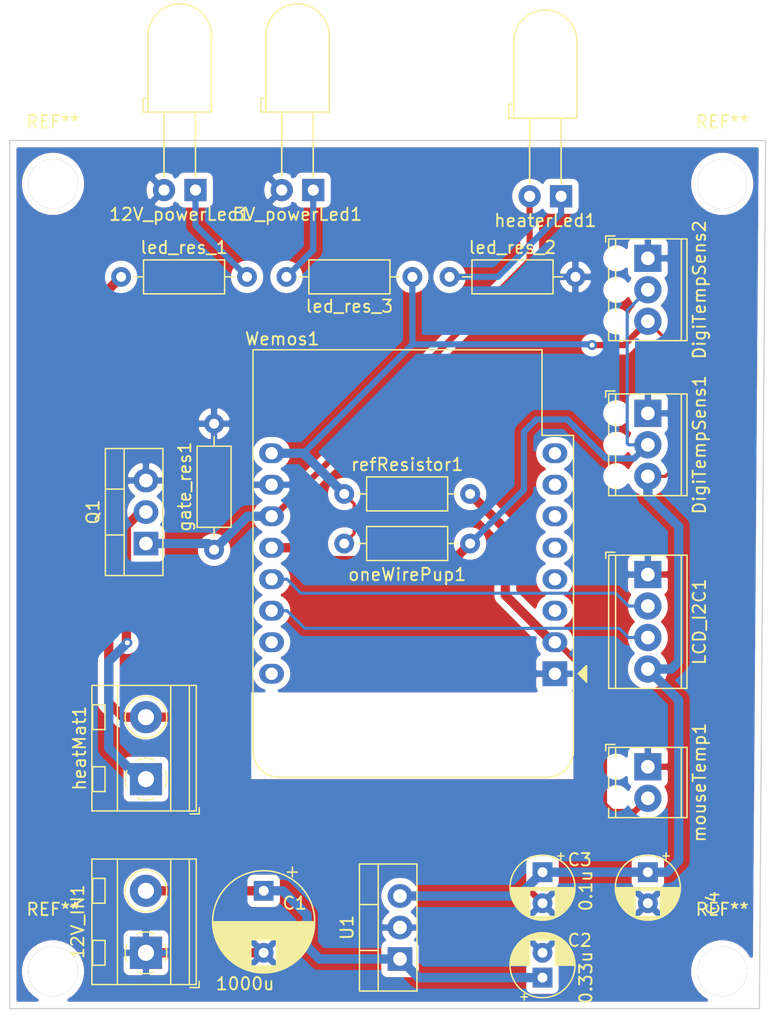
<source format=kicad_pcb>
(kicad_pcb (version 20171130) (host pcbnew "(5.1.4)-1")
  (layers (0 F.Cu signal) (31 B.Cu signal) (34 B.Paste user) (35 F.Paste user) (36 B.SilkS user) (37 F.SilkS user) (38 B.Mask user) (39 F.Mask user) (44 Edge.Cuts user))
  (net 0 "")
  (net 1 "Net-(12V_powerLed1-Pad1)")
  (net 2 GND)
  (net 3 +12V)
  (net 4 "Net-(5V_powerLed1-Pad1)")
  (net 5 VCC)
  (net 6 "Net-(Q1-Pad2)")
  (net 7 OneWireBus)
  (net 8 HeatPadCtr)
  (net 9 SDA)
  (net 10 SCL)
  (net 11 AnTempSens)
  (net 12 "Net-(Wemos1-Pad3)")
  (net 13 "Net-(Wemos1-Pad4)")
  (net 14 "Net-(Wemos1-Pad5)")
  (net 15 "Net-(Wemos1-Pad6)")
  (net 16 "Net-(Wemos1-Pad7)")
  (net 17 "Net-(Wemos1-Pad8)")
  (net 18 "Net-(Wemos1-Pad15)")
  (net 19 "Net-(Wemos1-Pad16)")
  (net 20 "Net-(heaterLed1-Pad1)")
  (module MountingHole:MountingHole_4mm (layer F.Cu) (at 71 105.5)
    (fp_text reference REF** (at 0 -5) (layer F.SilkS))
    (fp_text value MountingHole_4mm)
    (pad "" thru_hole circle (at 0 0) (size 4 4) (drill 4) (layers *.Cu *.Mask))
  )
  (module MountingHole:MountingHole_4mm (layer F.Cu) (at 125 105.5)
    (fp_text reference REF** (at 0 -5) (layer F.SilkS))
    (fp_text value MountingHole_4mm)
    (pad "" thru_hole circle (at 0 0) (size 4 4) (drill 4) (layers *.Cu *.Mask))
  )
  (module MountingHole:MountingHole_4mm (layer F.Cu) (at 125 42)
    (fp_text reference REF** (at 0 -5) (layer F.SilkS))
    (fp_text value MountingHole_4mm)
    (pad "" thru_hole circle (at 0 0) (size 4 4) (drill 4) (layers *.Cu *.Mask))
  )
  (module MountingHole:MountingHole_4mm (layer F.Cu) (at 71 42)
    (fp_text reference REF** (at 0 -5) (layer F.SilkS))
    (fp_text value MountingHole_4mm)
    (pad "" thru_hole circle (at 0 0) (size 4 4) (drill 4) (layers *.Cu *.Mask))
  )
  (module Capacitor_THT:CP_Radial_D5.0mm_P2.50mm (layer F.Cu) (at 119 97.5 270)
    (fp_text reference C4 (at 2.5 -5.25 90) (layer F.SilkS))
    (fp_text value 100u)
    (pad 2 thru_hole circle (at 2.5 0 270) (size 1.6 1.6) (drill 0.8) (layers *.Cu *.Mask) (net 2 GND))
    (pad 1 thru_hole rect (at 0 0 270) (size 1.6 1.6) (drill 0.8) (layers *.Cu *.Mask) (net 5 VCC))
  )
  (module Capacitor_THT:CP_Radial_D5.0mm_P2.00mm (layer F.Cu) (at 110.5 106 90)
    (fp_text reference C2 (at 3 3 180) (layer F.SilkS))
    (fp_text value 0.33u (at 0 3.5 270) (layer F.SilkS))
    (pad 2 thru_hole circle (at 2 0 90) (size 1.6 1.6) (drill 0.8) (layers *.Cu *.Mask) (net 2 GND))
    (pad 1 thru_hole rect (at 0 0 90) (size 1.6 1.6) (drill 0.8) (layers *.Cu *.Mask) (net 3 +12V))
  )
  (module Capacitor_THT:CP_Radial_D5.0mm_P2.50mm (layer F.Cu) (at 110.5 97.5 270)
    (fp_text reference C3 (at -1 -3 180) (layer F.SilkS))
    (fp_text value 0.1u (at 1.5 -3.5 90) (layer F.SilkS))
    (pad 2 thru_hole circle (at 2.5 0 270) (size 1.6 1.6) (drill 0.8) (layers *.Cu *.Mask) (net 2 GND))
    (pad 1 thru_hole rect (at 0 0 270) (size 1.6 1.6) (drill 0.8) (layers *.Cu *.Mask) (net 5 VCC))
  )
  (module LED_THT:LED_D5.0mm_Horizontal_O6.35mm_Z3.0mm (layer F.Cu) (at 82.5 42.5 180)
    (fp_text reference 12V_powerLed1 (at 1.27 -1.96) (layer F.SilkS))
    (fp_text value green)
    (pad 1 thru_hole rect (at 0 0 180) (size 1.8 1.8) (drill 0.9) (layers *.Cu *.Mask) (net 1 "Net-(12V_powerLed1-Pad1)"))
    (pad 2 thru_hole circle (at 2.54 0 180) (size 1.8 1.8) (drill 0.9) (layers *.Cu *.Mask) (net 2 GND))
  )
  (module TerminalBlock_MetzConnect:TerminalBlock_MetzConnect_Type094_RT03502HBLU_1x02_P5.00mm_Horizontal (layer F.Cu) (at 78.5 104 90)
    (fp_text reference 12V_IN1 (at 2.5 -5.5 90) (layer F.SilkS))
    (fp_text value 12V_IN)
    (pad 2 thru_hole circle (at 5 0 90) (size 2.6 2.6) (drill 1.3) (layers *.Cu *.Mask) (net 3 +12V))
    (pad 1 thru_hole rect (at 0 0 90) (size 2.6 2.6) (drill 1.3) (layers *.Cu *.Mask) (net 2 GND))
  )
  (module LED_THT:LED_D5.0mm_Horizontal_O6.35mm_Z3.0mm (layer F.Cu) (at 92 42.5 180)
    (fp_text reference 5V_powerLed1 (at 1.27 -1.96) (layer F.SilkS))
    (fp_text value red)
    (pad 2 thru_hole circle (at 2.54 0 180) (size 1.8 1.8) (drill 0.9) (layers *.Cu *.Mask) (net 2 GND))
    (pad 1 thru_hole rect (at 0 0 180) (size 1.8 1.8) (drill 0.9) (layers *.Cu *.Mask) (net 4 "Net-(5V_powerLed1-Pad1)"))
  )
  (module Capacitor_THT:CP_Radial_D8.0mm_P5.00mm (layer F.Cu) (at 88 99 270)
    (fp_text reference C1 (at 1 -2.5 180) (layer F.SilkS))
    (fp_text value 1000u (at 7.5 1.5 180) (layer F.SilkS))
    (pad 2 thru_hole circle (at 5 0 270) (size 1.6 1.6) (drill 0.8) (layers *.Cu *.Mask) (net 2 GND))
    (pad 1 thru_hole rect (at 0 0 270) (size 1.6 1.6) (drill 0.8) (layers *.Cu *.Mask) (net 3 +12V))
  )
  (module TerminalBlock_MetzConnect:TerminalBlock_MetzConnect_Type094_RT03502HBLU_1x02_P5.00mm_Horizontal (layer F.Cu) (at 78.5 90 90)
    (fp_text reference heatMat1 (at 2.5 -5.36 90) (layer F.SilkS))
    (fp_text value heatMat1)
    (pad 1 thru_hole rect (at 0 0 90) (size 2.6 2.6) (drill 1.3) (layers *.Cu *.Mask) (net 6 "Net-(Q1-Pad2)"))
    (pad 2 thru_hole circle (at 5 0 90) (size 2.6 2.6) (drill 1.3) (layers *.Cu *.Mask) (net 3 +12V))
  )
  (module TerminalBlock_Phoenix:TerminalBlock_Phoenix_MPT-0,5-3-2.54_1x03_P2.54mm_Horizontal (layer F.Cu) (at 119 60.5 270)
    (fp_text reference DigiTempSens1 (at 2.54 -4.16 90) (layer F.SilkS))
    (fp_text value DigiTempSens1)
    (pad "" np_thru_hole circle (at 5.08 2.54 270) (size 1.1 1.1) (drill 1.1) (layers *.Cu *.Mask))
    (pad 3 thru_hole circle (at 5.08 0 270) (size 2.2 2.2) (drill 1.1) (layers *.Cu *.Mask) (net 5 VCC))
    (pad "" np_thru_hole circle (at 2.54 2.54 270) (size 1.1 1.1) (drill 1.1) (layers *.Cu *.Mask))
    (pad 2 thru_hole circle (at 2.54 0 270) (size 2.2 2.2) (drill 1.1) (layers *.Cu *.Mask) (net 7 OneWireBus))
    (pad "" np_thru_hole circle (at 0 2.54 270) (size 1.1 1.1) (drill 1.1) (layers *.Cu *.Mask))
    (pad 1 thru_hole rect (at 0 0 270) (size 2.2 2.2) (drill 1.1) (layers *.Cu *.Mask) (net 2 GND))
  )
  (module TerminalBlock_Phoenix:TerminalBlock_Phoenix_MPT-0,5-4-2.54_1x04_P2.54mm_Horizontal (layer F.Cu) (at 119 73.5 270)
    (fp_text reference LCD_I2C1 (at 3.81 -4.16 90) (layer F.SilkS))
    (fp_text value LCD_I2C)
    (pad 1 thru_hole rect (at 0 0 270) (size 2.2 2.2) (drill 1.1) (layers *.Cu *.Mask) (net 2 GND))
    (pad 2 thru_hole circle (at 2.54 0 270) (size 2.2 2.2) (drill 1.1) (layers *.Cu *.Mask) (net 9 SDA))
    (pad 3 thru_hole circle (at 5.08 0 270) (size 2.2 2.2) (drill 1.1) (layers *.Cu *.Mask) (net 10 SCL))
    (pad 4 thru_hole circle (at 7.62 0 270) (size 2.2 2.2) (drill 1.1) (layers *.Cu *.Mask) (net 5 VCC))
  )
  (module TerminalBlock_Phoenix:TerminalBlock_Phoenix_MPT-0,5-3-2.54_1x03_P2.54mm_Horizontal (layer F.Cu) (at 119 48 270)
    (fp_text reference DigiTempSens2 (at 2.54 -4.16 90) (layer F.SilkS))
    (fp_text value DigiTempSens2)
    (pad 1 thru_hole rect (at 0 0 270) (size 2.2 2.2) (drill 1.1) (layers *.Cu *.Mask) (net 2 GND))
    (pad "" np_thru_hole circle (at 0 2.54 270) (size 1.1 1.1) (drill 1.1) (layers *.Cu *.Mask))
    (pad 2 thru_hole circle (at 2.54 0 270) (size 2.2 2.2) (drill 1.1) (layers *.Cu *.Mask) (net 7 OneWireBus))
    (pad "" np_thru_hole circle (at 2.54 2.54 270) (size 1.1 1.1) (drill 1.1) (layers *.Cu *.Mask))
    (pad 3 thru_hole circle (at 5.08 0 270) (size 2.2 2.2) (drill 1.1) (layers *.Cu *.Mask) (net 5 VCC))
    (pad "" np_thru_hole circle (at 5.08 2.54 270) (size 1.1 1.1) (drill 1.1) (layers *.Cu *.Mask))
  )
  (module Resistor_THT:R_Axial_DIN0207_L6.3mm_D2.5mm_P10.16mm_Horizontal (layer F.Cu) (at 76.5 49.5)
    (fp_text reference led_res_1 (at 5.08 -2.37) (layer F.SilkS))
    (fp_text value 560)
    (pad 1 thru_hole circle (at 0 0) (size 1.6 1.6) (drill 0.8) (layers *.Cu *.Mask) (net 3 +12V))
    (pad 2 thru_hole oval (at 10.16 0) (size 1.6 1.6) (drill 0.8) (layers *.Cu *.Mask) (net 1 "Net-(12V_powerLed1-Pad1)"))
  )
  (module Resistor_THT:R_Axial_DIN0207_L6.3mm_D2.5mm_P10.16mm_Horizontal (layer F.Cu) (at 103 49.5)
    (fp_text reference led_res_2 (at 5.08 -2.37) (layer F.SilkS))
    (fp_text value 150)
    (pad 2 thru_hole oval (at 10.16 0) (size 1.6 1.6) (drill 0.8) (layers *.Cu *.Mask) (net 2 GND))
    (pad 1 thru_hole circle (at 0 0) (size 1.6 1.6) (drill 0.8) (layers *.Cu *.Mask) (net 20 "Net-(heaterLed1-Pad1)"))
  )
  (module Resistor_THT:R_Axial_DIN0207_L6.3mm_D2.5mm_P10.16mm_Horizontal (layer F.Cu) (at 100 49.5 180)
    (fp_text reference led_res_3 (at 5.08 -2.37) (layer F.SilkS))
    (fp_text value 150)
    (pad 2 thru_hole oval (at 10.16 0 180) (size 1.6 1.6) (drill 0.8) (layers *.Cu *.Mask) (net 4 "Net-(5V_powerLed1-Pad1)"))
    (pad 1 thru_hole circle (at 0 0 180) (size 1.6 1.6) (drill 0.8) (layers *.Cu *.Mask) (net 5 VCC))
  )
  (module TerminalBlock_Phoenix:TerminalBlock_Phoenix_MPT-0,5-2-2.54_1x02_P2.54mm_Horizontal (layer F.Cu) (at 119 89 270)
    (fp_text reference mouseTemp1 (at 1.27 -4.16 90) (layer F.SilkS))
    (fp_text value mouseTemp)
    (pad 1 thru_hole rect (at 0 0 270) (size 2.2 2.2) (drill 1.1) (layers *.Cu *.Mask) (net 2 GND))
    (pad "" np_thru_hole circle (at 0 2.54 270) (size 1.1 1.1) (drill 1.1) (layers *.Cu *.Mask))
    (pad 2 thru_hole circle (at 2.54 0 270) (size 2.2 2.2) (drill 1.1) (layers *.Cu *.Mask) (net 11 AnTempSens))
    (pad "" np_thru_hole circle (at 2.54 2.54 270) (size 1.1 1.1) (drill 1.1) (layers *.Cu *.Mask))
  )
  (module Package_TO_SOT_THT:TO-220-3_Vertical (layer F.Cu) (at 78.5 71 90)
    (fp_text reference Q1 (at 2.54 -4.27 90) (layer F.SilkS))
    (fp_text value IRLB8721PBF)
    (pad 1 thru_hole rect (at 0 0 90) (size 1.905 2) (drill 1.1) (layers *.Cu *.Mask) (net 8 HeatPadCtr))
    (pad 2 thru_hole oval (at 2.54 0 90) (size 1.905 2) (drill 1.1) (layers *.Cu *.Mask) (net 6 "Net-(Q1-Pad2)"))
    (pad 3 thru_hole oval (at 5.08 0 90) (size 1.905 2) (drill 1.1) (layers *.Cu *.Mask) (net 2 GND))
  )
  (module Resistor_THT:R_Axial_DIN0207_L6.3mm_D2.5mm_P10.16mm_Horizontal (layer F.Cu) (at 94.5 67)
    (fp_text reference refResistor1 (at 5.08 -2.37) (layer F.SilkS))
    (fp_text value 10k)
    (pad 1 thru_hole circle (at 0 0) (size 1.6 1.6) (drill 0.8) (layers *.Cu *.Mask) (net 5 VCC))
    (pad 2 thru_hole oval (at 10.16 0) (size 1.6 1.6) (drill 0.8) (layers *.Cu *.Mask) (net 11 AnTempSens))
  )
  (module Package_TO_SOT_THT:TO-220-3_Vertical (layer F.Cu) (at 99 104.5 90)
    (fp_text reference U1 (at 2.54 -4.27 90) (layer F.SilkS))
    (fp_text value L7805)
    (pad 3 thru_hole oval (at 5.08 0 90) (size 1.905 2) (drill 1.1) (layers *.Cu *.Mask) (net 5 VCC))
    (pad 2 thru_hole oval (at 2.54 0 90) (size 1.905 2) (drill 1.1) (layers *.Cu *.Mask) (net 2 GND))
    (pad 1 thru_hole rect (at 0 0 90) (size 1.905 2) (drill 1.1) (layers *.Cu *.Mask) (net 3 +12V))
  )
  (module Module:WEMOS_D1_mini_light (layer F.Cu) (at 111.5 81.5 180)
    (fp_text reference Wemos1 (at 22 27) (layer F.SilkS))
    (fp_text value WeMos_D1_mini)
    (pad 2 thru_hole oval (at 0 2.54 180) (size 2 1.6) (drill 1) (layers *.Cu *.Mask) (net 11 AnTempSens))
    (pad 1 thru_hole rect (at 0 0 180) (size 2 2) (drill 1) (layers *.Cu *.Mask) (net 2 GND))
    (pad 3 thru_hole oval (at 0 5.08 180) (size 2 1.6) (drill 1) (layers *.Cu *.Mask) (net 12 "Net-(Wemos1-Pad3)"))
    (pad 4 thru_hole oval (at 0 7.62 180) (size 2 1.6) (drill 1) (layers *.Cu *.Mask) (net 13 "Net-(Wemos1-Pad4)"))
    (pad 5 thru_hole oval (at 0 10.16 180) (size 2 1.6) (drill 1) (layers *.Cu *.Mask) (net 14 "Net-(Wemos1-Pad5)"))
    (pad 6 thru_hole oval (at 0 12.7 180) (size 2 1.6) (drill 1) (layers *.Cu *.Mask) (net 15 "Net-(Wemos1-Pad6)"))
    (pad 7 thru_hole oval (at 0 15.24 180) (size 2 1.6) (drill 1) (layers *.Cu *.Mask) (net 16 "Net-(Wemos1-Pad7)"))
    (pad 8 thru_hole oval (at 0 17.78 180) (size 2 1.6) (drill 1) (layers *.Cu *.Mask) (net 17 "Net-(Wemos1-Pad8)"))
    (pad 9 thru_hole oval (at 22.86 17.78 180) (size 2 1.6) (drill 1) (layers *.Cu *.Mask) (net 5 VCC))
    (pad 10 thru_hole oval (at 22.86 15.24 180) (size 2 1.6) (drill 1) (layers *.Cu *.Mask) (net 2 GND))
    (pad 11 thru_hole oval (at 22.86 12.7 180) (size 2 1.6) (drill 1) (layers *.Cu *.Mask) (net 8 HeatPadCtr))
    (pad 12 thru_hole oval (at 22.86 10.16 180) (size 2 1.6) (drill 1) (layers *.Cu *.Mask) (net 7 OneWireBus))
    (pad 13 thru_hole oval (at 22.86 7.62 180) (size 2 1.6) (drill 1) (layers *.Cu *.Mask) (net 9 SDA))
    (pad 14 thru_hole oval (at 22.86 5.08 180) (size 2 1.6) (drill 1) (layers *.Cu *.Mask) (net 10 SCL))
    (pad 15 thru_hole oval (at 22.86 2.54 180) (size 2 1.6) (drill 1) (layers *.Cu *.Mask) (net 18 "Net-(Wemos1-Pad15)"))
    (pad 16 thru_hole oval (at 22.86 0 180) (size 2 1.6) (drill 1) (layers *.Cu *.Mask) (net 19 "Net-(Wemos1-Pad16)"))
  )
  (module LED_THT:LED_D5.0mm_Horizontal_O6.35mm_Z3.0mm (layer F.Cu) (at 112 43 180)
    (fp_text reference heaterLed1 (at 1.27 -1.96) (layer F.SilkS))
    (fp_text value heaterLed)
    (pad 1 thru_hole rect (at 0 0 180) (size 1.8 1.8) (drill 0.9) (layers *.Cu *.Mask) (net 20 "Net-(heaterLed1-Pad1)"))
    (pad 2 thru_hole circle (at 2.54 0 180) (size 1.8 1.8) (drill 0.9) (layers *.Cu *.Mask) (net 8 HeatPadCtr))
  )
  (module Resistor_THT:R_Axial_DIN0207_L6.3mm_D2.5mm_P10.16mm_Horizontal (layer F.Cu) (at 84 71.5 90)
    (fp_text reference gate_res1 (at 5.08 -2.37 90) (layer F.SilkS))
    (fp_text value 10k)
    (pad 1 thru_hole circle (at 0 0 90) (size 1.6 1.6) (drill 0.8) (layers *.Cu *.Mask) (net 8 HeatPadCtr))
    (pad 2 thru_hole oval (at 10.16 0 90) (size 1.6 1.6) (drill 0.8) (layers *.Cu *.Mask) (net 2 GND))
  )
  (module Resistor_THT:R_Axial_DIN0207_L6.3mm_D2.5mm_P10.16mm_Horizontal (layer F.Cu) (at 94.5 71)
    (fp_text reference oneWirePup1 (at 5.08 2.5) (layer F.SilkS))
    (fp_text value 4.7k)
    (pad 1 thru_hole circle (at 0 0) (size 1.6 1.6) (drill 0.8) (layers *.Cu *.Mask) (net 5 VCC))
    (pad 2 thru_hole oval (at 10.16 0) (size 1.6 1.6) (drill 0.8) (layers *.Cu *.Mask) (net 7 OneWireBus))
  )
  (gr_line (start 67.5 108.5) (end 67.5 38.5) (layer Edge.Cuts) (width 0.1))
  (gr_line (start 128 108.5) (end 67.5 108.5) (layer Edge.Cuts) (width 0.1))
  (gr_line (start 128.5 38.5) (end 128 108.5) (layer Edge.Cuts) (width 0.1))
  (gr_line (start 67.5 38.5) (end 128.5 38.5) (layer Edge.Cuts) (width 0.1))
  (segment (start 82.5 45.34) (end 86.66 49.5) (width 0.5) (layer B.Cu) (net 1))
  (segment (start 82.5 42.5) (end 82.5 45.34) (width 0.5) (layer B.Cu) (net 1))
  (segment (start 80.55 104) (end 88 104) (width 0.75) (layer F.Cu) (net 2))
  (segment (start 78.5 104) (end 80.55 104) (width 0.75) (layer F.Cu) (net 2))
  (segment (start 80.5 85) (end 78.5 85) (width 0.75) (layer F.Cu) (net 3))
  (segment (start 82.5 87) (end 80.5 85) (width 0.75) (layer F.Cu) (net 3))
  (segment (start 82.5 96.838477) (end 82.5 87) (width 0.75) (layer F.Cu) (net 3))
  (segment (start 80.338477 99) (end 82.5 96.838477) (width 0.75) (layer F.Cu) (net 3))
  (segment (start 76.661523 85) (end 75.5 83.838477) (width 0.75) (layer F.Cu) (net 3))
  (segment (start 78.5 85) (end 76.661523 85) (width 0.75) (layer F.Cu) (net 3))
  (segment (start 75.5 50.5) (end 76.5 49.5) (width 0.75) (layer F.Cu) (net 3))
  (segment (start 75.5 83.838477) (end 75.5 50.5) (width 0.75) (layer F.Cu) (net 3))
  (segment (start 80.338477 99) (end 88 99) (width 0.75) (layer F.Cu) (net 3))
  (segment (start 78.5 99) (end 80.338477 99) (width 0.75) (layer F.Cu) (net 3))
  (segment (start 89.55 99) (end 91.5 100.95) (width 0.75) (layer B.Cu) (net 3))
  (segment (start 88 99) (end 89.55 99) (width 0.75) (layer B.Cu) (net 3))
  (segment (start 91.5 100.95) (end 91.5 103.5) (width 0.75) (layer B.Cu) (net 3))
  (segment (start 92.5 104.5) (end 99 104.5) (width 0.75) (layer B.Cu) (net 3))
  (segment (start 91.5 103.5) (end 92.5 104.5) (width 0.75) (layer B.Cu) (net 3))
  (segment (start 100.5 106) (end 99 104.5) (width 0.75) (layer B.Cu) (net 3))
  (segment (start 110.5 106) (end 100.5 106) (width 0.75) (layer B.Cu) (net 3))
  (segment (start 92 47.34) (end 89.84 49.5) (width 0.5) (layer B.Cu) (net 4))
  (segment (start 92 42.5) (end 92 47.34) (width 0.5) (layer B.Cu) (net 4))
  (segment (start 91.22 63.72) (end 94.5 67) (width 0.75) (layer B.Cu) (net 5))
  (segment (start 88.64 63.72) (end 91.22 63.72) (width 0.75) (layer B.Cu) (net 5))
  (segment (start 100 54.94) (end 91.22 63.72) (width 0.5) (layer B.Cu) (net 5))
  (segment (start 100 49.5) (end 100 54.94) (width 0.5) (layer B.Cu) (net 5))
  (segment (start 100 54.94) (end 114.44 54.94) (width 0.5) (layer B.Cu) (net 5))
  (via (at 114.5 55) (size 0.8) (drill 0.4) (layers F.Cu B.Cu) (net 5))
  (segment (start 114.44 54.94) (end 114.5 55) (width 0.5) (layer B.Cu) (net 5))
  (segment (start 117.08 55) (end 119 53.08) (width 0.5) (layer F.Cu) (net 5))
  (segment (start 114.5 55) (end 117.08 55) (width 0.5) (layer F.Cu) (net 5))
  (segment (start 99 99.42) (end 108.58 99.42) (width 0.75) (layer B.Cu) (net 5))
  (segment (start 108.58 99.42) (end 110.5 97.5) (width 0.75) (layer B.Cu) (net 5))
  (segment (start 112.05 97.5) (end 119 97.5) (width 0.75) (layer B.Cu) (net 5))
  (segment (start 110.5 97.5) (end 112.05 97.5) (width 0.75) (layer B.Cu) (net 5))
  (segment (start 120.55 97.5) (end 121.5 96.55) (width 0.75) (layer B.Cu) (net 5))
  (segment (start 119 97.5) (end 120.55 97.5) (width 0.75) (layer B.Cu) (net 5))
  (segment (start 121.5 83.62) (end 119 81.12) (width 0.75) (layer B.Cu) (net 5))
  (segment (start 121.5 96.55) (end 121.5 83.62) (width 0.75) (layer B.Cu) (net 5))
  (segment (start 119 67.135634) (end 119 65.58) (width 0.75) (layer B.Cu) (net 5))
  (segment (start 121.5 69.635634) (end 119 67.135634) (width 0.75) (layer B.Cu) (net 5))
  (segment (start 121.5 80.5) (end 121.5 69.635634) (width 0.75) (layer B.Cu) (net 5))
  (segment (start 119 81.12) (end 120.88 81.12) (width 0.75) (layer B.Cu) (net 5))
  (segment (start 120.88 81.12) (end 121.5 80.5) (width 0.75) (layer B.Cu) (net 5))
  (segment (start 119 65.58) (end 120.42 65.58) (width 0.25) (layer F.Cu) (net 5))
  (segment (start 120.42 65.58) (end 121 65) (width 0.25) (layer F.Cu) (net 5))
  (segment (start 121 55.08) (end 119 53.08) (width 0.25) (layer F.Cu) (net 5))
  (segment (start 121 65) (end 121 55.08) (width 0.25) (layer F.Cu) (net 5))
  (segment (start 95.299999 67.799999) (end 94.5 67) (width 0.25) (layer F.Cu) (net 5))
  (segment (start 95.299999 70.200001) (end 95.299999 67.799999) (width 0.25) (layer F.Cu) (net 5))
  (segment (start 94.5 71) (end 95.299999 70.200001) (width 0.25) (layer F.Cu) (net 5))
  (via (at 77 79) (size 0.8) (drill 0.4) (layers F.Cu B.Cu) (net 6))
  (segment (start 76.924999 78.924999) (end 77 79) (width 0.75) (layer F.Cu) (net 6))
  (segment (start 76.924999 69.587499) (end 76.924999 78.924999) (width 0.75) (layer F.Cu) (net 6))
  (segment (start 78.5 68.46) (end 78.052498 68.46) (width 0.75) (layer F.Cu) (net 6))
  (segment (start 78.052498 68.46) (end 76.924999 69.587499) (width 0.75) (layer F.Cu) (net 6))
  (segment (start 78 90) (end 78.5 90) (width 0.75) (layer B.Cu) (net 6))
  (segment (start 75.5 87.5) (end 78 90) (width 0.75) (layer B.Cu) (net 6))
  (segment (start 77 79) (end 75.5 80.5) (width 0.75) (layer B.Cu) (net 6))
  (segment (start 75.5 80.5) (end 75.5 87.5) (width 0.75) (layer B.Cu) (net 6))
  (segment (start 117.444366 63.04) (end 119 63.04) (width 0.25) (layer B.Cu) (net 7))
  (segment (start 117.335001 62.930635) (end 117.444366 63.04) (width 0.25) (layer B.Cu) (net 7))
  (segment (start 117.335001 52.204999) (end 117.335001 62.930635) (width 0.25) (layer B.Cu) (net 7))
  (segment (start 119 50.54) (end 117.335001 52.204999) (width 0.25) (layer B.Cu) (net 7))
  (segment (start 103.860001 71.799999) (end 104.66 71) (width 0.75) (layer F.Cu) (net 7))
  (segment (start 103.284999 72.375001) (end 103.860001 71.799999) (width 0.75) (layer F.Cu) (net 7))
  (segment (start 91.425001 72.375001) (end 103.284999 72.375001) (width 0.75) (layer F.Cu) (net 7))
  (segment (start 90.39 71.34) (end 91.425001 72.375001) (width 0.75) (layer F.Cu) (net 7))
  (segment (start 88.64 71.34) (end 90.39 71.34) (width 0.75) (layer F.Cu) (net 7))
  (segment (start 104.66 71) (end 109 66.66) (width 0.5) (layer B.Cu) (net 7))
  (segment (start 109 66.66) (end 109 62) (width 0.5) (layer B.Cu) (net 7))
  (segment (start 117.900001 64.139999) (end 119 63.04) (width 0.5) (layer B.Cu) (net 7))
  (segment (start 109 62) (end 110 61) (width 0.5) (layer B.Cu) (net 7))
  (segment (start 110 61) (end 112.5 61) (width 0.5) (layer B.Cu) (net 7))
  (segment (start 112.5 61) (end 115.639999 64.139999) (width 0.5) (layer B.Cu) (net 7))
  (segment (start 115.639999 64.139999) (end 117.900001 64.139999) (width 0.5) (layer B.Cu) (net 7))
  (segment (start 83.5 71) (end 84 71.5) (width 0.75) (layer B.Cu) (net 8))
  (segment (start 78.5 71) (end 83.5 71) (width 0.75) (layer B.Cu) (net 8))
  (segment (start 86.7 68.8) (end 88.64 68.8) (width 0.75) (layer B.Cu) (net 8))
  (segment (start 84 71.5) (end 86.7 68.8) (width 0.75) (layer B.Cu) (net 8))
  (segment (start 88.84 68.8) (end 88.64 68.8) (width 0.5) (layer F.Cu) (net 8))
  (segment (start 109.46 48.18) (end 88.84 68.8) (width 0.5) (layer F.Cu) (net 8))
  (segment (start 109.46 43) (end 109.46 48.18) (width 0.5) (layer F.Cu) (net 8))
  (segment (start 89.89 73.88) (end 88.64 73.88) (width 0.25) (layer B.Cu) (net 9))
  (segment (start 91.01501 75.00501) (end 89.89 73.88) (width 0.25) (layer B.Cu) (net 9))
  (segment (start 116.409376 75.00501) (end 91.01501 75.00501) (width 0.25) (layer B.Cu) (net 9))
  (segment (start 117.444366 76.04) (end 116.409376 75.00501) (width 0.25) (layer B.Cu) (net 9))
  (segment (start 119 76.04) (end 117.444366 76.04) (width 0.25) (layer B.Cu) (net 9))
  (segment (start 89.89 76.42) (end 88.64 76.42) (width 0.25) (layer B.Cu) (net 10))
  (segment (start 91.30499 77.83499) (end 89.89 76.42) (width 0.25) (layer B.Cu) (net 10))
  (segment (start 116.699356 77.83499) (end 91.30499 77.83499) (width 0.25) (layer B.Cu) (net 10))
  (segment (start 117.444366 78.58) (end 116.699356 77.83499) (width 0.25) (layer B.Cu) (net 10))
  (segment (start 119 78.58) (end 117.444366 78.58) (width 0.25) (layer B.Cu) (net 10))
  (segment (start 117.900001 92.639999) (end 119 91.54) (width 0.5) (layer F.Cu) (net 11))
  (segment (start 116.079997 92.639999) (end 117.900001 92.639999) (width 0.5) (layer F.Cu) (net 11))
  (segment (start 115.459999 92.020001) (end 116.079997 92.639999) (width 0.5) (layer F.Cu) (net 11))
  (segment (start 115.459999 82.719999) (end 115.459999 92.020001) (width 0.5) (layer F.Cu) (net 11))
  (segment (start 111.7 78.96) (end 115.459999 82.719999) (width 0.5) (layer F.Cu) (net 11))
  (segment (start 111.5 78.96) (end 111.7 78.96) (width 0.5) (layer F.Cu) (net 11))
  (segment (start 111.3 78.96) (end 111.5 78.96) (width 0.75) (layer F.Cu) (net 11))
  (segment (start 107.5 75.16) (end 111.3 78.96) (width 0.75) (layer F.Cu) (net 11))
  (segment (start 107.5 69.84) (end 107.5 75.16) (width 0.75) (layer F.Cu) (net 11))
  (segment (start 104.66 67) (end 107.5 69.84) (width 0.75) (layer F.Cu) (net 11))
  (segment (start 104.13137 49.5) (end 103 49.5) (width 0.5) (layer B.Cu) (net 20))
  (segment (start 106.9 49.5) (end 104.13137 49.5) (width 0.5) (layer B.Cu) (net 20))
  (segment (start 112 44.4) (end 106.9 49.5) (width 0.5) (layer B.Cu) (net 20))
  (segment (start 112 43) (end 112 44.4) (width 0.5) (layer B.Cu) (net 20))
  (zone (net 0) (net_name "") (layers F&B.Cu) (connect_pads (clearance 0.508)) (min_thickness 0.254)
    (keepout (tracks not_allowed) (vias not_allowed) (copperpour not_allowed))
    (fill (arc_segments 32) (thermal_gap 0.508) (thermal_bridge_width 0.508))
    (polygon (pts (xy 87 83) (xy 87 90) (xy 113 90) (xy 113 83)))
  )
  (zone (net 2) (net_name GND) (layer F.Cu) (connect_pads (clearance 0.508)) (min_thickness 0.254) (fill yes (arc_segments 32) (thermal_gap 0.508) (thermal_bridge_width 0.508))
    (polygon (pts (xy 67.5 38.5) (xy 128.5 38.5) (xy 128 108.5) (xy 67.5 108.5)))
  )
  (zone (net 2) (net_name GND) (layer B.Cu) (connect_pads (clearance 0.508)) (min_thickness 0.254) (fill yes (arc_segments 32) (thermal_gap 0.508) (thermal_bridge_width 0.508))
    (polygon (pts (xy 67.5 38.5) (xy 128.5 38.5) (xy 128 108.5) (xy 67.5 108.5)))
  )
)
</source>
